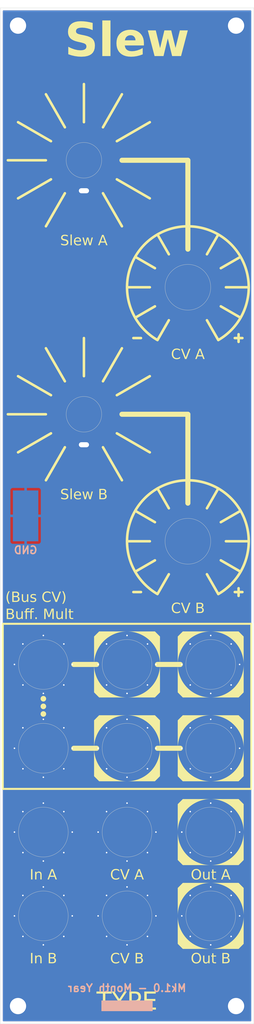
<source format=kicad_pcb>
(kicad_pcb (version 20241229) (generator "pcbnew") (generator_version "9.0")
  (title_block (title "Kosmo Format Front Panel - 5 cm") (company "DMH Instruments"))
  (layers (0 "F.Cu" signal) (2 "B.Cu" signal) (13 "F.Paste" user) (15 "B.Paste" user) (5 "F.SilkS" user "F.Silkscreen") (7 "B.SilkS" user "B.Silkscreen") (1 "F.Mask" user) (3 "B.Mask" user) (25 "Edge.Cuts" user))
  (net 0 "")
  (net 1 "GND")
  (footprint "SynthStuff:Pot_Cutout_Tiny_attv_P110KH1" (layer "F.Cu") (at 87 135)
    (property "Reference" "H20")
    (property "Value" "CV B" (at 0 13.3 0) (layer "F.SilkS") (effects (font (size 2 2))))
    (fp_line (start -10.75 10) (end -9.25 10) (stroke (width 0.5)) (layer "F.SilkS"))
    (fp_line (start -7.499998 0) (end -12 0) (stroke (width 0.5)) (layer "F.SilkS"))
    (fp_line (start -6.49301 -3.753771) (end -10.394285 -5.996567) (stroke (width 0.5)) (layer "F.SilkS"))
    (fp_line (start -6.49301 3.753772) (end -10.394227 5.996669) (stroke (width 0.5)) (layer "F.SilkS"))
    (fp_line (start -3.753772 -6.49301) (end -5.996669 -10.394227) (stroke (width 0.5)) (layer "F.SilkS"))
    (fp_line (start -3.753771 6.49301) (end -5.996567 10.394285) (stroke (width 0.5)) (layer "F.SilkS"))
    (fp_line (start 0 -7.5) (end 0 -12) (stroke (width 0.5)) (layer "F.SilkS"))
    (fp_line (start 3.753771 -6.49301) (end 5.996567 -10.394285) (stroke (width 0.5)) (layer "F.SilkS"))
    (fp_line (start 3.753772 6.49301) (end 5.996669 10.394227) (stroke (width 0.5)) (layer "F.SilkS"))
    (fp_line (start 6.49301 -3.753772) (end 10.394227 -5.996669) (stroke (width 0.5)) (layer "F.SilkS"))
    (fp_line (start 6.49301 3.753771) (end 10.394285 5.996567) (stroke (width 0.5)) (layer "F.SilkS"))
    (fp_line (start 7.5 0) (end 12 0) (stroke (width 0.5)) (layer "F.SilkS"))
    (fp_line (start 9.25 10) (end 10.75 10) (stroke (width 0.5)) (layer "F.SilkS"))
    (fp_line (start 10 10.75) (end 10 9.25) (stroke (width 0.5)) (layer "F.SilkS"))
    (fp_arc (start -5.996567 10.394285) (mid -11.591622 -3.103914) (end 0 -11.999999) (stroke (width 0.5)) (layer "F.SilkS"))
    (fp_arc (start 0 -11.999996) (mid 11.591604 -3.103969) (end 5.996669 10.394227) (stroke (width 0.5)) (layer "F.SilkS"))
    (fp_circle (center 0 0) (end 4.5 0) (stroke (width 0.05)) (fill no) (layer "Edge.Cuts"))
    (pad "1" connect circle (at 0 0) (size 12 12) (layers "F.Cu" "F.Mask") (net 1 "GND"))
    (pad "1" connect circle (at 0 0) (size 12 12) (layers "B.Cu" "B.Mask") (net 1 "GND"))
  )
  (footprint "SynthStuff:MountingHole_Rails" (layer "F.Cu") (at 53.5 226.5)
    (property "Reference" "H3")
    (property "Value" "MountingHole_Rails" (hide yes))
    (pad "1" thru_hole circle (at 0 0) (size 4 4) (drill 3.2) (layers "*.Cu" "*.Mask") (net 1 "GND"))
  )
  (footprint "SynthStuff:Jack_6.35mm_Cutout_v3" (layer "F.Cu") (at 58.5 159.25)
    (property "Reference" "H12")
    (property "Value" "Mult In A" (hide yes))
    (fp_circle (center 0 0) (end 0 -4.9) (stroke (width 0.05)) (fill no) (layer "Edge.Cuts"))
    (pad "1" thru_hole circle (at -5.7 0) (size 0.5 0.5) (drill 0.3) (layers "*.Cu" "*.Mask") (net 1 "GND"))
    (pad "1" thru_hole circle (at -4.04 -4.03) (size 0.5 0.5) (drill 0.3) (layers "*.Cu" "*.Mask") (net 1 "GND"))
    (pad "1" thru_hole circle (at -4.03 4.04) (size 0.5 0.5) (drill 0.3) (layers "*.Cu" "*.Mask") (net 1 "GND"))
    (pad "1" thru_hole circle (at 0 -5.7) (size 0.5 0.5) (drill 0.3) (layers "*.Cu" "*.Mask") (net 1 "GND"))
    (pad "1" connect circle (at 0 0) (size 12 12) (layers "F.Cu" "F.Mask") (net 1 "GND"))
    (pad "1" connect circle (at 0 0) (size 12 12) (layers "B.Cu" "B.Mask") (net 1 "GND"))
    (pad "1" thru_hole circle (at 0 5.7) (size 0.5 0.5) (drill 0.3) (layers "*.Cu" "*.Mask") (net 1 "GND"))
    (pad "1" thru_hole circle (at 4.03 4.04) (size 0.5 0.5) (drill 0.3) (layers "*.Cu" "*.Mask") (net 1 "GND"))
    (pad "1" thru_hole circle (at 4.04 -4.03) (size 0.5 0.5) (drill 0.3) (layers "*.Cu" "*.Mask") (net 1 "GND"))
    (pad "1" thru_hole circle (at 5.7 0) (size 0.5 0.5) (drill 0.3) (layers "*.Cu" "*.Mask") (net 1 "GND"))
  )
  (footprint "SynthStuff:Pot_Cutout_Small" (layer "F.Cu") (at 66.5 110)
    (property "Reference" "H19")
    (property "Value" "Slew B" (at 0 15.9 0) (layer "F.SilkS") (effects (font (size 2 2))))
    (fp_line (start -7.499998 0) (end -15 0) (stroke (width 0.5)) (layer "F.SilkS"))
    (fp_line (start -6.49301 -3.753771) (end -12.992858 -7.495709) (stroke (width 0.5)) (layer "F.SilkS"))
    (fp_line (start -6.49301 3.753772) (end -12.992781 7.495835) (stroke (width 0.5)) (layer "F.SilkS"))
    (fp_line (start -3.753772 -6.49301) (end -7.495837 -12.992783) (stroke (width 0.5)) (layer "F.SilkS"))
    (fp_line (start -3.753771 6.49301) (end -7.495708 12.992854) (stroke (width 0.5)) (layer "F.SilkS"))
    (fp_line (start 0 -7.5) (end 0 -15) (stroke (width 0.5)) (layer "F.SilkS"))
    (fp_line (start 3.753771 -6.49301) (end 7.495709 -12.992858) (stroke (width 0.5)) (layer "F.SilkS"))
    (fp_line (start 3.753772 6.49301) (end 7.495835 12.992782) (stroke (width 0.5)) (layer "F.SilkS"))
    (fp_line (start 6.49301 -3.753772) (end 12.992783 -7.495836) (stroke (width 0.5)) (layer "F.SilkS"))
    (fp_line (start 6.49301 3.753771) (end 12.992855 7.495709) (stroke (width 0.5)) (layer "F.SilkS"))
    (fp_line (start 7.5 0) (end 14.999999 0) (stroke (width 0.5)) (layer "F.SilkS"))
    (fp_circle (center 0 0) (end 0 3.5) (stroke (width 0.05)) (fill no) (layer "Edge.Cuts"))
    (pad "1" connect circle (at 0 0) (size 12 12) (layers "F.Cu" "F.Mask") (net 1 "GND"))
    (pad "1" connect circle (at 0 0) (size 12 12) (layers "B.Cu" "B.Mask") (net 1 "GND"))
    (pad "1" thru_hole oval (at 0 6) (size 2.5 1.5) (drill oval 2 1) (layers "*.Cu" "*.Mask") (net 1 "GND"))
  )
  (footprint "SynthStuff:Jack_6.35mm_Cutout_Output_v6" (layer "F.Cu") (at 91.5 192.25)
    (property "Reference" "H7" (hide yes))
    (property "Value" "Out A" (at 0 8.5 0) (layer "F.SilkS") (effects (font (size 2 2))))
    (fp_poly (pts (xy -6.5 5.5) (arc (start -6.5 0) (mid -4.596194 4.596194) (end 0 6.5)) (xy -5.5 6.5)) (fill yes) (layer "F.SilkS"))
    (fp_poly (pts (xy -5.5 -6.5) (arc (start 0 -6.5) (mid -4.596194 -4.596194) (end -6.5 0)) (xy -6.5 -5.5)) (fill yes) (layer "F.SilkS"))
    (fp_poly (pts (xy 5.5 6.5) (arc (start 0 6.5) (mid 4.596194 4.596194) (end 6.5 0)) (xy 6.5 5.5)) (fill yes) (layer "F.SilkS"))
    (fp_poly (pts (xy 6.5 -5.5) (arc (start 6.5 0) (mid 4.596194 -4.596194) (end 0 -6.5)) (xy 5.5 -6.5)) (fill yes) (layer "F.SilkS"))
    (fp_circle (center 0 0) (end 0 -4.9) (stroke (width 0.05)) (fill no) (layer "Edge.Cuts"))
    (pad "1" thru_hole circle (at -5.7 0) (size 0.5 0.5) (drill 0.3) (layers "*.Cu" "*.Mask") (net 1 "GND"))
    (pad "1" thru_hole circle (at -4.04 -4.03) (size 0.5 0.5) (drill 0.3) (layers "*.Cu" "*.Mask") (net 1 "GND"))
    (pad "1" thru_hole circle (at -4.03 4.04) (size 0.5 0.5) (drill 0.3) (layers "*.Cu" "*.Mask") (net 1 "GND"))
    (pad "1" thru_hole circle (at 0 -5.7) (size 0.5 0.5) (drill 0.3) (layers "*.Cu" "*.Mask") (net 1 "GND"))
    (pad "1" connect circle (at 0 0) (size 12 12) (layers "F.Cu" "F.Mask") (net 1 "GND"))
    (pad "1" connect circle (at 0 0) (size 12 12) (layers "B.Cu" "B.Mask") (net 1 "GND"))
    (pad "1" thru_hole circle (at 0 5.7) (size 0.5 0.5) (drill 0.3) (layers "*.Cu" "*.Mask") (net 1 "GND"))
    (pad "1" thru_hole circle (at 4.03 4.04) (size 0.5 0.5) (drill 0.3) (layers "*.Cu" "*.Mask") (net 1 "GND"))
    (pad "1" thru_hole circle (at 4.04 -4.03) (size 0.5 0.5) (drill 0.3) (layers "*.Cu" "*.Mask") (net 1 "GND"))
    (pad "1" thru_hole circle (at 5.7 0) (size 0.5 0.5) (drill 0.3) (layers "*.Cu" "*.Mask") (net 1 "GND"))
  )
  (footprint "SynthStuff:Jack_6.35mm_Cutout_v3" (layer "F.Cu") (at 58.5 192.25)
    (property "Reference" "H5" (hide yes))
    (property "Value" "In A" (at 0 8.5 0) (layer "F.SilkS") (effects (font (size 2 2))))
    (fp_circle (center 0 0) (end 0 -4.9) (stroke (width 0.05)) (fill no) (layer "Edge.Cuts"))
    (pad "1" thru_hole circle (at -5.7 0) (size 0.5 0.5) (drill 0.3) (layers "*.Cu" "*.Mask") (net 1 "GND"))
    (pad "1" thru_hole circle (at -4.04 -4.03) (size 0.5 0.5) (drill 0.3) (layers "*.Cu" "*.Mask") (net 1 "GND"))
    (pad "1" thru_hole circle (at -4.03 4.04) (size 0.5 0.5) (drill 0.3) (layers "*.Cu" "*.Mask") (net 1 "GND"))
    (pad "1" thru_hole circle (at 0 -5.7) (size 0.5 0.5) (drill 0.3) (layers "*.Cu" "*.Mask") (net 1 "GND"))
    (pad "1" connect circle (at 0 0) (size 12 12) (layers "F.Cu" "F.Mask") (net 1 "GND"))
    (pad "1" connect circle (at 0 0) (size 12 12) (layers "B.Cu" "B.Mask") (net 1 "GND"))
    (pad "1" thru_hole circle (at 0 5.7) (size 0.5 0.5) (drill 0.3) (layers "*.Cu" "*.Mask") (net 1 "GND"))
    (pad "1" thru_hole circle (at 4.03 4.04) (size 0.5 0.5) (drill 0.3) (layers "*.Cu" "*.Mask") (net 1 "GND"))
    (pad "1" thru_hole circle (at 4.04 -4.03) (size 0.5 0.5) (drill 0.3) (layers "*.Cu" "*.Mask") (net 1 "GND"))
    (pad "1" thru_hole circle (at 5.7 0) (size 0.5 0.5) (drill 0.3) (layers "*.Cu" "*.Mask") (net 1 "GND"))
  )
  (footprint "SynthStuff:Jack_6.35mm_Cutout_Output_v6" (layer "F.Cu") (at 75 159.25)
    (property "Reference" "H13")
    (property "Value" "Mult Out A 1" (hide yes))
    (fp_poly (pts (xy -6.5 5.5) (arc (start -6.5 0) (mid -4.596194 4.596194) (end 0 6.5)) (xy -5.5 6.5)) (fill yes) (layer "F.SilkS"))
    (fp_poly (pts (xy -5.5 -6.5) (arc (start 0 -6.5) (mid -4.596194 -4.596194) (end -6.5 0)) (xy -6.5 -5.5)) (fill yes) (layer "F.SilkS"))
    (fp_poly (pts (xy 5.5 6.5) (arc (start 0 6.5) (mid 4.596194 4.596194) (end 6.5 0)) (xy 6.5 5.5)) (fill yes) (layer "F.SilkS"))
    (fp_poly (pts (xy 6.5 -5.5) (arc (start 6.5 0) (mid 4.596194 -4.596194) (end 0 -6.5)) (xy 5.5 -6.5)) (fill yes) (layer "F.SilkS"))
    (fp_circle (center 0 0) (end 0 -4.9) (stroke (width 0.05)) (fill no) (layer "Edge.Cuts"))
    (pad "1" thru_hole circle (at -5.7 0) (size 0.5 0.5) (drill 0.3) (layers "*.Cu" "*.Mask") (net 1 "GND"))
    (pad "1" thru_hole circle (at -4.04 -4.03) (size 0.5 0.5) (drill 0.3) (layers "*.Cu" "*.Mask") (net 1 "GND"))
    (pad "1" thru_hole circle (at -4.03 4.04) (size 0.5 0.5) (drill 0.3) (layers "*.Cu" "*.Mask") (net 1 "GND"))
    (pad "1" thru_hole circle (at 0 -5.7) (size 0.5 0.5) (drill 0.3) (layers "*.Cu" "*.Mask") (net 1 "GND"))
    (pad "1" connect circle (at 0 0) (size 12 12) (layers "F.Cu" "F.Mask") (net 1 "GND"))
    (pad "1" connect circle (at 0 0) (size 12 12) (layers "B.Cu" "B.Mask") (net 1 "GND"))
    (pad "1" thru_hole circle (at 0 5.7) (size 0.5 0.5) (drill 0.3) (layers "*.Cu" "*.Mask") (net 1 "GND"))
    (pad "1" thru_hole circle (at 4.03 4.04) (size 0.5 0.5) (drill 0.3) (layers "*.Cu" "*.Mask") (net 1 "GND"))
    (pad "1" thru_hole circle (at 4.04 -4.03) (size 0.5 0.5) (drill 0.3) (layers "*.Cu" "*.Mask") (net 1 "GND"))
    (pad "1" thru_hole circle (at 5.7 0) (size 0.5 0.5) (drill 0.3) (layers "*.Cu" "*.Mask") (net 1 "GND"))
  )
  (footprint "SynthStuff:Jack_6.35mm_Cutout_v3" (layer "F.Cu") (at 75 208.75)
    (property "Reference" "H9")
    (property "Value" "CV B" (at 0 8.5 0) (layer "F.SilkS") (effects (font (size 2 2))))
    (fp_circle (center 0 0) (end 0 -4.9) (stroke (width 0.05)) (fill no) (layer "Edge.Cuts"))
    (pad "1" thru_hole circle (at -5.7 0) (size 0.5 0.5) (drill 0.3) (layers "*.Cu" "*.Mask") (net 1 "GND"))
    (pad "1" thru_hole circle (at -4.04 -4.03) (size 0.5 0.5) (drill 0.3) (layers "*.Cu" "*.Mask") (net 1 "GND"))
    (pad "1" thru_hole circle (at -4.03 4.04) (size 0.5 0.5) (drill 0.3) (layers "*.Cu" "*.Mask") (net 1 "GND"))
    (pad "1" thru_hole circle (at 0 -5.7) (size 0.5 0.5) (drill 0.3) (layers "*.Cu" "*.Mask") (net 1 "GND"))
    (pad "1" connect circle (at 0 0) (size 12 12) (layers "F.Cu" "F.Mask") (net 1 "GND"))
    (pad "1" connect circle (at 0 0) (size 12 12) (layers "B.Cu" "B.Mask") (net 1 "GND"))
    (pad "1" thru_hole circle (at 0 5.7) (size 0.5 0.5) (drill 0.3) (layers "*.Cu" "*.Mask") (net 1 "GND"))
    (pad "1" thru_hole circle (at 4.03 4.04) (size 0.5 0.5) (drill 0.3) (layers "*.Cu" "*.Mask") (net 1 "GND"))
    (pad "1" thru_hole circle (at 4.04 -4.03) (size 0.5 0.5) (drill 0.3) (layers "*.Cu" "*.Mask") (net 1 "GND"))
    (pad "1" thru_hole circle (at 5.7 0) (size 0.5 0.5) (drill 0.3) (layers "*.Cu" "*.Mask") (net 1 "GND"))
  )
  (footprint "SynthStuff:Jack_6.35mm_Cutout_v3" (layer "F.Cu") (at 58.5 175.75)
    (property "Reference" "H11" (hide yes))
    (property "Value" "Mult In B" (hide yes))
    (fp_circle (center 0 0) (end 0 -4.9) (stroke (width 0.05)) (fill no) (layer "Edge.Cuts"))
    (pad "1" thru_hole circle (at -5.7 0) (size 0.5 0.5) (drill 0.3) (layers "*.Cu" "*.Mask") (net 1 "GND"))
    (pad "1" thru_hole circle (at -4.04 -4.03) (size 0.5 0.5) (drill 0.3) (layers "*.Cu" "*.Mask") (net 1 "GND"))
    (pad "1" thru_hole circle (at -4.03 4.04) (size 0.5 0.5) (drill 0.3) (layers "*.Cu" "*.Mask") (net 1 "GND"))
    (pad "1" thru_hole circle (at 0 -5.7) (size 0.5 0.5) (drill 0.3) (layers "*.Cu" "*.Mask") (net 1 "GND"))
    (pad "1" connect circle (at 0 0) (size 12 12) (layers "F.Cu" "F.Mask") (net 1 "GND"))
    (pad "1" connect circle (at 0 0) (size 12 12) (layers "B.Cu" "B.Mask") (net 1 "GND"))
    (pad "1" thru_hole circle (at 0 5.7) (size 0.5 0.5) (drill 0.3) (layers "*.Cu" "*.Mask") (net 1 "GND"))
    (pad "1" thru_hole circle (at 4.03 4.04) (size 0.5 0.5) (drill 0.3) (layers "*.Cu" "*.Mask") (net 1 "GND"))
    (pad "1" thru_hole circle (at 4.04 -4.03) (size 0.5 0.5) (drill 0.3) (layers "*.Cu" "*.Mask") (net 1 "GND"))
    (pad "1" thru_hole circle (at 5.7 0) (size 0.5 0.5) (drill 0.3) (layers "*.Cu" "*.Mask") (net 1 "GND"))
  )
  (footprint "SynthStuff:Jack_6.35mm_Cutout_Output_v6" (layer "F.Cu") (at 91.5 208.75)
    (property "Reference" "H10")
    (property "Value" "Out B" (at 0 8.5 0) (layer "F.SilkS") (effects (font (size 2 2))))
    (fp_poly (pts (xy -6.5 5.5) (arc (start -6.5 0) (mid -4.596194 4.596194) (end 0 6.5)) (xy -5.5 6.5)) (fill yes) (layer "F.SilkS"))
    (fp_poly (pts (xy -5.5 -6.5) (arc (start 0 -6.5) (mid -4.596194 -4.596194) (end -6.5 0)) (xy -6.5 -5.5)) (fill yes) (layer "F.SilkS"))
    (fp_poly (pts (xy 5.5 6.5) (arc (start 0 6.5) (mid 4.596194 4.596194) (end 6.5 0)) (xy 6.5 5.5)) (fill yes) (layer "F.SilkS"))
    (fp_poly (pts (xy 6.5 -5.5) (arc (start 6.5 0) (mid 4.596194 -4.596194) (end 0 -6.5)) (xy 5.5 -6.5)) (fill yes) (layer "F.SilkS"))
    (fp_circle (center 0 0) (end 0 -4.9) (stroke (width 0.05)) (fill no) (layer "Edge.Cuts"))
    (pad "1" thru_hole circle (at -5.7 0) (size 0.5 0.5) (drill 0.3) (layers "*.Cu" "*.Mask") (net 1 "GND"))
    (pad "1" thru_hole circle (at -4.04 -4.03) (size 0.5 0.5) (drill 0.3) (layers "*.Cu" "*.Mask") (net 1 "GND"))
    (pad "1" thru_hole circle (at -4.03 4.04) (size 0.5 0.5) (drill 0.3) (layers "*.Cu" "*.Mask") (net 1 "GND"))
    (pad "1" thru_hole circle (at 0 -5.7) (size 0.5 0.5) (drill 0.3) (layers "*.Cu" "*.Mask") (net 1 "GND"))
    (pad "1" connect circle (at 0 0) (size 12 12) (layers "F.Cu" "F.Mask") (net 1 "GND"))
    (pad "1" connect circle (at 0 0) (size 12 12) (layers "B.Cu" "B.Mask") (net 1 "GND"))
    (pad "1" thru_hole circle (at 0 5.7) (size 0.5 0.5) (drill 0.3) (layers "*.Cu" "*.Mask") (net 1 "GND"))
    (pad "1" thru_hole circle (at 4.03 4.04) (size 0.5 0.5) (drill 0.3) (layers "*.Cu" "*.Mask") (net 1 "GND"))
    (pad "1" thru_hole circle (at 4.04 -4.03) (size 0.5 0.5) (drill 0.3) (layers "*.Cu" "*.Mask") (net 1 "GND"))
    (pad "1" thru_hole circle (at 5.7 0) (size 0.5 0.5) (drill 0.3) (layers "*.Cu" "*.Mask") (net 1 "GND"))
  )
  (footprint "SynthStuff:Jack_6.35mm_Cutout_Output_v6" (layer "F.Cu") (at 91.5 159.25)
    (property "Reference" "H14")
    (property "Value" "Mult Out A 2" (hide yes))
    (fp_poly (pts (xy -6.5 5.5) (arc (start -6.5 0) (mid -4.596194 4.596194) (end 0 6.5)) (xy -5.5 6.5)) (fill yes) (layer "F.SilkS"))
    (fp_poly (pts (xy -5.5 -6.5) (arc (start 0 -6.5) (mid -4.596194 -4.596194) (end -6.5 0)) (xy -6.5 -5.5)) (fill yes) (layer "F.SilkS"))
    (fp_poly (pts (xy 5.5 6.5) (arc (start 0 6.5) (mid 4.596194 4.596194) (end 6.5 0)) (xy 6.5 5.5)) (fill yes) (layer "F.SilkS"))
    (fp_poly (pts (xy 6.5 -5.5) (arc (start 6.5 0) (mid 4.596194 -4.596194) (end 0 -6.5)) (xy 5.5 -6.5)) (fill yes) (layer "F.SilkS"))
    (fp_circle (center 0 0) (end 0 -4.9) (stroke (width 0.05)) (fill no) (layer "Edge.Cuts"))
    (pad "1" thru_hole circle (at -5.7 0) (size 0.5 0.5) (drill 0.3) (layers "*.Cu" "*.Mask") (net 1 "GND"))
    (pad "1" thru_hole circle (at -4.04 -4.03) (size 0.5 0.5) (drill 0.3) (layers "*.Cu" "*.Mask") (net 1 "GND"))
    (pad "1" thru_hole circle (at -4.03 4.04) (size 0.5 0.5) (drill 0.3) (layers "*.Cu" "*.Mask") (net 1 "GND"))
    (pad "1" thru_hole circle (at 0 -5.7) (size 0.5 0.5) (drill 0.3) (layers "*.Cu" "*.Mask") (net 1 "GND"))
    (pad "1" connect circle (at 0 0) (size 12 12) (layers "F.Cu" "F.Mask") (net 1 "GND"))
    (pad "1" connect circle (at 0 0) (size 12 12) (layers "B.Cu" "B.Mask") (net 1 "GND"))
    (pad "1" thru_hole circle (at 0 5.7) (size 0.5 0.5) (drill 0.3) (layers "*.Cu" "*.Mask") (net 1 "GND"))
    (pad "1" thru_hole circle (at 4.03 4.04) (size 0.5 0.5) (drill 0.3) (layers "*.Cu" "*.Mask") (net 1 "GND"))
    (pad "1" thru_hole circle (at 4.04 -4.03) (size 0.5 0.5) (drill 0.3) (layers "*.Cu" "*.Mask") (net 1 "GND"))
    (pad "1" thru_hole circle (at 5.7 0) (size 0.5 0.5) (drill 0.3) (layers "*.Cu" "*.Mask") (net 1 "GND"))
  )
  (footprint "SynthStuff:Jack_6.35mm_Cutout_Output_v6" (layer "F.Cu") (at 91.5 175.75)
    (property "Reference" "H16" (hide yes))
    (property "Value" "Mult Out B 2" (hide yes))
    (fp_poly (pts (xy -6.5 5.5) (arc (start -6.5 0) (mid -4.596194 4.596194) (end 0 6.5)) (xy -5.5 6.5)) (fill yes) (layer "F.SilkS"))
    (fp_poly (pts (xy -5.5 -6.5) (arc (start 0 -6.5) (mid -4.596194 -4.596194) (end -6.5 0)) (xy -6.5 -5.5)) (fill yes) (layer "F.SilkS"))
    (fp_poly (pts (xy 5.5 6.5) (arc (start 0 6.5) (mid 4.596194 4.596194) (end 6.5 0)) (xy 6.5 5.5)) (fill yes) (layer "F.SilkS"))
    (fp_poly (pts (xy 6.5 -5.5) (arc (start 6.5 0) (mid 4.596194 -4.596194) (end 0 -6.5)) (xy 5.5 -6.5)) (fill yes) (layer "F.SilkS"))
    (fp_circle (center 0 0) (end 0 -4.9) (stroke (width 0.05)) (fill no) (layer "Edge.Cuts"))
    (pad "1" thru_hole circle (at -5.7 0) (size 0.5 0.5) (drill 0.3) (layers "*.Cu" "*.Mask") (net 1 "GND"))
    (pad "1" thru_hole circle (at -4.04 -4.03) (size 0.5 0.5) (drill 0.3) (layers "*.Cu" "*.Mask") (net 1 "GND"))
    (pad "1" thru_hole circle (at -4.03 4.04) (size 0.5 0.5) (drill 0.3) (layers "*.Cu" "*.Mask") (net 1 "GND"))
    (pad "1" thru_hole circle (at 0 -5.7) (size 0.5 0.5) (drill 0.3) (layers "*.Cu" "*.Mask") (net 1 "GND"))
    (pad "1" connect circle (at 0 0) (size 12 12) (layers "F.Cu" "F.Mask") (net 1 "GND"))
    (pad "1" connect circle (at 0 0) (size 12 12) (layers "B.Cu" "B.Mask") (net 1 "GND"))
    (pad "1" thru_hole circle (at 0 5.7) (size 0.5 0.5) (drill 0.3) (layers "*.Cu" "*.Mask") (net 1 "GND"))
    (pad "1" thru_hole circle (at 4.03 4.04) (size 0.5 0.5) (drill 0.3) (layers "*.Cu" "*.Mask") (net 1 "GND"))
    (pad "1" thru_hole circle (at 4.04 -4.03) (size 0.5 0.5) (drill 0.3) (layers "*.Cu" "*.Mask") (net 1 "GND"))
    (pad "1" thru_hole circle (at 5.7 0) (size 0.5 0.5) (drill 0.3) (layers "*.Cu" "*.Mask") (net 1 "GND"))
  )
  (footprint "SynthStuff:Jack_6.35mm_Cutout_v3" (layer "F.Cu") (at 75 192.25)
    (property "Reference" "H6" (hide yes))
    (property "Value" "CV A" (at 0 8.5 0) (layer "F.SilkS") (effects (font (size 2 2))))
    (fp_circle (center 0 0) (end 0 -4.9) (stroke (width 0.05)) (fill no) (layer "Edge.Cuts"))
    (pad "1" thru_hole circle (at -5.7 0) (size 0.5 0.5) (drill 0.3) (layers "*.Cu" "*.Mask") (net 1 "GND"))
    (pad "1" thru_hole circle (at -4.04 -4.03) (size 0.5 0.5) (drill 0.3) (layers "*.Cu" "*.Mask") (net 1 "GND"))
    (pad "1" thru_hole circle (at -4.03 4.04) (size 0.5 0.5) (drill 0.3) (layers "*.Cu" "*.Mask") (net 1 "GND"))
    (pad "1" thru_hole circle (at 0 -5.7) (size 0.5 0.5) (drill 0.3) (layers "*.Cu" "*.Mask") (net 1 "GND"))
    (pad "1" connect circle (at 0 0) (size 12 12) (layers "F.Cu" "F.Mask") (net 1 "GND"))
    (pad "1" connect circle (at 0 0) (size 12 12) (layers "B.Cu" "B.Mask") (net 1 "GND"))
    (pad "1" thru_hole circle (at 0 5.7) (size 0.5 0.5) (drill 0.3) (layers "*.Cu" "*.Mask") (net 1 "GND"))
    (pad "1" thru_hole circle (at 4.03 4.04) (size 0.5 0.5) (drill 0.3) (layers "*.Cu" "*.Mask") (net 1 "GND"))
    (pad "1" thru_hole circle (at 4.04 -4.03) (size 0.5 0.5) (drill 0.3) (layers "*.Cu" "*.Mask") (net 1 "GND"))
    (pad "1" thru_hole circle (at 5.7 0) (size 0.5 0.5) (drill 0.3) (layers "*.Cu" "*.Mask") (net 1 "GND"))
  )
  (footprint "SynthStuff:MountingHole_Rails" (layer "F.Cu") (at 96.5 33.5)
    (property "Reference" "H2")
    (property "Value" "MountingHole_Rails" (hide yes))
    (pad "1" thru_hole circle (at 0 0) (size 4 4) (drill 3.2) (layers "*.Cu" "*.Mask") (net 1 "GND"))
  )
  (footprint "SynthStuff:MountingHole_Rails" (layer "F.Cu") (at 96.5 226.5)
    (property "Reference" "H4")
    (property "Value" "MountingHole_Rails" (hide yes))
    (pad "1" thru_hole circle (at 0 0) (size 4 4) (drill 3.2) (layers "*.Cu" "*.Mask") (net 1 "GND"))
  )
  (footprint "SynthStuff:MountingHole_Rails" (layer "F.Cu") (at 53.5 33.5)
    (property "Reference" "H1")
    (property "Value" "MountingHole_Rails" (hide yes))
    (pad "1" thru_hole circle (at 0 0) (size 4 4) (drill 3.2) (layers "*.Cu" "*.Mask") (net 1 "GND"))
  )
  (footprint "SynthStuff:Pot_Cutout_Small" (layer "F.Cu") (at 66.5 60)
    (property "Reference" "H17")
    (property "Value" "Slew A" (at 0 15.9 0) (layer "F.SilkS") (effects (font (size 2 2))))
    (fp_line (start -7.499998 0) (end -15 0) (stroke (width 0.5)) (layer "F.SilkS"))
    (fp_line (start -6.49301 -3.753771) (end -12.992858 -7.495709) (stroke (width 0.5)) (layer "F.SilkS"))
    (fp_line (start -6.49301 3.753772) (end -12.992781 7.495835) (stroke (width 0.5)) (layer "F.SilkS"))
    (fp_line (start -3.753772 -6.49301) (end -7.495837 -12.992783) (stroke (width 0.5)) (layer "F.SilkS"))
    (fp_line (start -3.753771 6.49301) (end -7.495708 12.992854) (stroke (width 0.5)) (layer "F.SilkS"))
    (fp_line (start 0 -7.5) (end 0 -15) (stroke (width 0.5)) (layer "F.SilkS"))
    (fp_line (start 3.753771 -6.49301) (end 7.495709 -12.992858) (stroke (width 0.5)) (layer "F.SilkS"))
    (fp_line (start 3.753772 6.49301) (end 7.495835 12.992782) (stroke (width 0.5)) (layer "F.SilkS"))
    (fp_line (start 6.49301 -3.753772) (end 12.992783 -7.495836) (stroke (width 0.5)) (layer "F.SilkS"))
    (fp_line (start 6.49301 3.753771) (end 12.992855 7.495709) (stroke (width 0.5)) (layer "F.SilkS"))
    (fp_line (start 7.5 0) (end 14.999999 0) (stroke (width 0.5)) (layer "F.SilkS"))
    (fp_circle (center 0 0) (end 0 3.5) (stroke (width 0.05)) (fill no) (layer "Edge.Cuts"))
    (pad "1" connect circle (at 0 0) (size 12 12) (layers "F.Cu" "F.Mask") (net 1 "GND"))
    (pad "1" connect circle (at 0 0) (size 12 12) (layers "B.Cu" "B.Mask") (net 1 "GND"))
    (pad "1" thru_hole oval (at 0 6) (size 2.5 1.5) (drill oval 2 1) (layers "*.Cu" "*.Mask") (net 1 "GND"))
  )
  (footprint "SynthStuff:Jack_6.35mm_Cutout_v3" (layer "F.Cu") (at 58.5 208.75)
    (property "Reference" "H8")
    (property "Value" "In B" (at 0 8.5 0) (layer "F.SilkS") (effects (font (size 2 2))))
    (fp_circle (center 0 0) (end 0 -4.9) (stroke (width 0.05)) (fill no) (layer "Edge.Cuts"))
    (pad "1" thru_hole circle (at -5.7 0) (size 0.5 0.5) (drill 0.3) (layers "*.Cu" "*.Mask") (net 1 "GND"))
    (pad "1" thru_hole circle (at -4.04 -4.03) (size 0.5 0.5) (drill 0.3) (layers "*.Cu" "*.Mask") (net 1 "GND"))
    (pad "1" thru_hole circle (at -4.03 4.04) (size 0.5 0.5) (drill 0.3) (layers "*.Cu" "*.Mask") (net 1 "GND"))
    (pad "1" thru_hole circle (at 0 -5.7) (size 0.5 0.5) (drill 0.3) (layers "*.Cu" "*.Mask") (net 1 "GND"))
    (pad "1" connect circle (at 0 0) (size 12 12) (layers "F.Cu" "F.Mask") (net 1 "GND"))
    (pad "1" connect circle (at 0 0) (size 12 12) (layers "B.Cu" "B.Mask") (net 1 "GND"))
    (pad "1" thru_hole circle (at 0 5.7) (size 0.5 0.5) (drill 0.3) (layers "*.Cu" "*.Mask") (net 1 "GND"))
    (pad "1" thru_hole circle (at 4.03 4.04) (size 0.5 0.5) (drill 0.3) (layers "*.Cu" "*.Mask") (net 1 "GND"))
    (pad "1" thru_hole circle (at 4.04 -4.03) (size 0.5 0.5) (drill 0.3) (layers "*.Cu" "*.Mask") (net 1 "GND"))
    (pad "1" thru_hole circle (at 5.7 0) (size 0.5 0.5) (drill 0.3) (layers "*.Cu" "*.Mask") (net 1 "GND"))
  )
  (footprint "SynthStuff:Pot_Cutout_Tiny_attv_P110KH1" (layer "F.Cu") (at 87 85)
    (property "Reference" "H18")
    (property "Value" "CV A" (at 0 13.3 0) (layer "F.SilkS") (effects (font (size 2 2))))
    (fp_line (start -10.75 10) (end -9.25 10) (stroke (width 0.5)) (layer "F.SilkS"))
    (fp_line (start -7.499998 0) (end -12 0) (stroke (width 0.5)) (layer "F.SilkS"))
    (fp_line (start -6.49301 -3.753771) (end -10.394285 -5.996567) (stroke (width 0.5)) (layer "F.SilkS"))
    (fp_line (start -6.49301 3.753772) (end -10.394227 5.996669) (stroke (width 0.5)) (layer "F.SilkS"))
    (fp_line (start -3.753772 -6.49301) (end -5.996669 -10.394227) (stroke (width 0.5)) (layer "F.SilkS"))
    (fp_line (start -3.753771 6.49301) (end -5.996567 10.394285) (stroke (width 0.5)) (layer "F.SilkS"))
    (fp_line (start 0 -7.5) (end 0 -12) (stroke (width 0.5)) (layer "F.SilkS"))
    (fp_line (start 3.753771 -6.49301) (end 5.996567 -10.394285) (stroke (width 0.5)) (layer "F.SilkS"))
    (fp_line (start 3.753772 6.49301) (end 5.996669 10.394227) (stroke (width 0.5)) (layer "F.SilkS"))
    (fp_line (start 6.49301 -3.753772) (end 10.394227 -5.996669) (stroke (width 0.5)) (layer "F.SilkS"))
    (fp_line (start 6.49301 3.753771) (end 10.394285 5.996567) (stroke (width 0.5)) (layer "F.SilkS"))
    (fp_line (start 7.5 0) (end 12 0) (stroke (width 0.5)) (layer "F.SilkS"))
    (fp_line (start 9.25 10) (end 10.75 10) (stroke (width 0.5)) (layer "F.SilkS"))
    (fp_line (start 10 10.75) (end 10 9.25) (stroke (width 0.5)) (layer "F.SilkS"))
    (fp_arc (start -5.996567 10.394285) (mid -11.591622 -3.103914) (end 0 -11.999999) (stroke (width 0.5)) (layer "F.SilkS"))
    (fp_arc (start 0 -11.999996) (mid 11.591604 -3.103969) (end 5.996669 10.394227) (stroke (width 0.5)) (layer "F.SilkS"))
    (fp_circle (center 0 0) (end 4.5 0) (stroke (width 0.05)) (fill no) (layer "Edge.Cuts"))
    (pad "1" connect circle (at 0 0) (size 12 12) (layers "F.Cu" "F.Mask") (net 1 "GND"))
    (pad "1" connect circle (at 0 0) (size 12 12) (layers "B.Cu" "B.Mask") (net 1 "GND"))
  )
  (footprint "SynthStuff:Jack_6.35mm_Cutout_Output_v6" (layer "F.Cu") (at 75 175.75)
    (property "Reference" "H15" (hide yes))
    (property "Value" "Mult Out B 1" (hide yes))
    (fp_poly (pts (xy -6.5 5.5) (arc (start -6.5 0) (mid -4.596194 4.596194) (end 0 6.5)) (xy -5.5 6.5)) (fill yes) (layer "F.SilkS"))
    (fp_poly (pts (xy -5.5 -6.5) (arc (start 0 -6.5) (mid -4.596194 -4.596194) (end -6.5 0)) (xy -6.5 -5.5)) (fill yes) (layer "F.SilkS"))
    (fp_poly (pts (xy 5.5 6.5) (arc (start 0 6.5) (mid 4.596194 4.596194) (end 6.5 0)) (xy 6.5 5.5)) (fill yes) (layer "F.SilkS"))
    (fp_poly (pts (xy 6.5 -5.5) (arc (start 6.5 0) (mid 4.596194 -4.596194) (end 0 -6.5)) (xy 5.5 -6.5)) (fill yes) (layer "F.SilkS"))
    (fp_circle (center 0 0) (end 0 -4.9) (stroke (width 0.05)) (fill no) (layer "Edge.Cuts"))
    (pad "1" thru_hole circle (at -5.7 0) (size 0.5 0.5) (drill 0.3) (layers "*.Cu" "*.Mask") (net 1 "GND"))
    (pad "1" thru_hole circle (at -4.04 -4.03) (size 0.5 0.5) (drill 0.3) (layers "*.Cu" "*.Mask") (net 1 "GND"))
    (pad "1" thru_hole circle (at -4.03 4.04) (size 0.5 0.5) (drill 0.3) (layers "*.Cu" "*.Mask") (net 1 "GND"))
    (pad "1" thru_hole circle (at 0 -5.7) (size 0.5 0.5) (drill 0.3) (layers "*.Cu" "*.Mask") (net 1 "GND"))
    (pad "1" connect circle (at 0 0) (size 12 12) (layers "F.Cu" "F.Mask") (net 1 "GND"))
    (pad "1" connect circle (at 0 0) (size 12 12) (layers "B.Cu" "B.Mask") (net 1 "GND"))
    (pad "1" thru_hole circle (at 0 5.7) (size 0.5 0.5) (drill 0.3) (layers "*.Cu" "*.Mask") (net 1 "GND"))
    (pad "1" thru_hole circle (at 4.03 4.04) (size 0.5 0.5) (drill 0.3) (layers "*.Cu" "*.Mask") (net 1 "GND"))
    (pad "1" thru_hole circle (at 4.04 -4.03) (size 0.5 0.5) (drill 0.3) (layers "*.Cu" "*.Mask") (net 1 "GND"))
    (pad "1" thru_hole circle (at 5.7 0) (size 0.5 0.5) (drill 0.3) (layers "*.Cu" "*.Mask") (net 1 "GND"))
  )
  (footprint "SynthStuff:Panel_GND_SolderWirePad_5x10mm" (layer "B.Cu") (at 55 130 180)
    (property "Reference" "J0" (hide yes))
    (property "Value" "Panel_GND_Solder_Wire_Pad" (hide yes))
    (property "Function" "GND" (at 0 -6.75 0) (layer "B.SilkS") (effects (font (size 1.5 1.5) (thickness 0.3) (bold yes)) (justify mirror)))
    (pad "1" smd rect (at 0 0 180) (size 5 10) (layers "B.Cu" "B.Mask" "B.Paste") (net 1 "GND"))
  )
  (gr_line (start 81 175.75) (end 85.5 175.75) (stroke (width 1)) (layer "F.SilkS"))
  (gr_line (start 99.5 183.75) (end 99.5 151.25) (stroke (width 0.4)) (layer "F.SilkS"))
  (gr_line (start 50.5 183.75) (end 99.5 183.75) (stroke (width 0.4)) (layer "F.SilkS"))
  (gr_line (start 81 159.25) (end 85.5 159.25) (stroke (width 1)) (layer "F.SilkS"))
  (gr_circle (center 58.5 167.5) (end 58.5 167) (stroke (width 0.1)) (fill yes) (layer "F.SilkS"))
  (gr_line (start 64.5 159.25) (end 69 159.25) (stroke (width 1)) (layer "F.SilkS"))
  (gr_line (start 64.5 175.75) (end 69 175.75) (stroke (width 1)) (layer "F.SilkS"))
  (gr_line (start 99.5 151.25) (end 50.5 151.25) (stroke (width 0.4)) (layer "F.SilkS"))
  (gr_line (start 87 60) (end 74 60) (stroke (width 1)) (layer "F.SilkS"))
  (gr_circle (center 58.5 166) (end 58.5 165.5) (stroke (width 0.1)) (fill yes) (layer "F.SilkS"))
  (gr_line (start 50.5 151.25) (end 50.5 183.75) (stroke (width 0.4)) (layer "F.SilkS"))
  (gr_line (start 87 110) (end 87 127.5) (stroke (width 1)) (layer "F.SilkS"))
  (gr_line (start 87 60) (end 87 77.5) (stroke (width 1)) (layer "F.SilkS"))
  (gr_line (start 87 110) (end 74 110) (stroke (width 1)) (layer "F.SilkS"))
  (gr_circle (center 58.5 169) (end 58.5 168.5) (stroke (width 0.1)) (fill yes) (layer "F.SilkS"))
  (gr_rect (start 70 225.45) (end 80 227.45) (stroke (width 0.1)) (fill yes) (layer "B.SilkS"))
  (gr_rect (start 50 30) (end 100 230) (stroke (width 0.05)) (fill no) (layer "Edge.Cuts"))
  (gr_text "(Bus CV)\nBuff. Mult" (at 51 147.8 0) (layer "F.SilkS") (effects (font (size 2 2)) (justify left)))
  (gr_text "Slew" (at 75 36.75 0) (layer "F.SilkS") (effects (font (size 6.6 6.6) (thickness 0.8) (bold yes))))
  (gr_text "TYPE" (at 75 225.75 0) (layer "F.SilkS") (effects (font (size 3.5 3.5) (thickness 0.875))))
  (gr_text "Mk1.0 - Month Year" (at 75 222.95 0) (layer "B.SilkS") (effects (font (size 1.5 1.5) (thickness 0.3) (bold yes)) (justify mirror)))
  (zone (net 1) (net_name "GND") (layers "F.Cu" "B.Cu") (name "GroundPlane") (connect_pads yes (clearance 0.5)) (min_thickness 0.25) (fill yes (thermal_gap 0.5) (thermal_bridge_width 0.5))
    (polygon (pts (xy 50 30) (xy 100 30) (xy 100 230) (xy 50 230)))
  )
)
</source>
